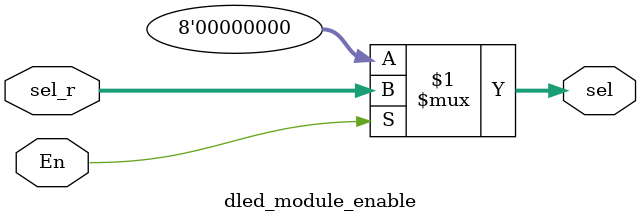
<source format=v>
module dled_module_enable(sel_r, En, sel);

	input [7:0] sel_r;
	input En;
	output wire [7:0] sel;
	
	assign sel = (En)? sel_r : 8'b0000_0000;

endmodule

</source>
